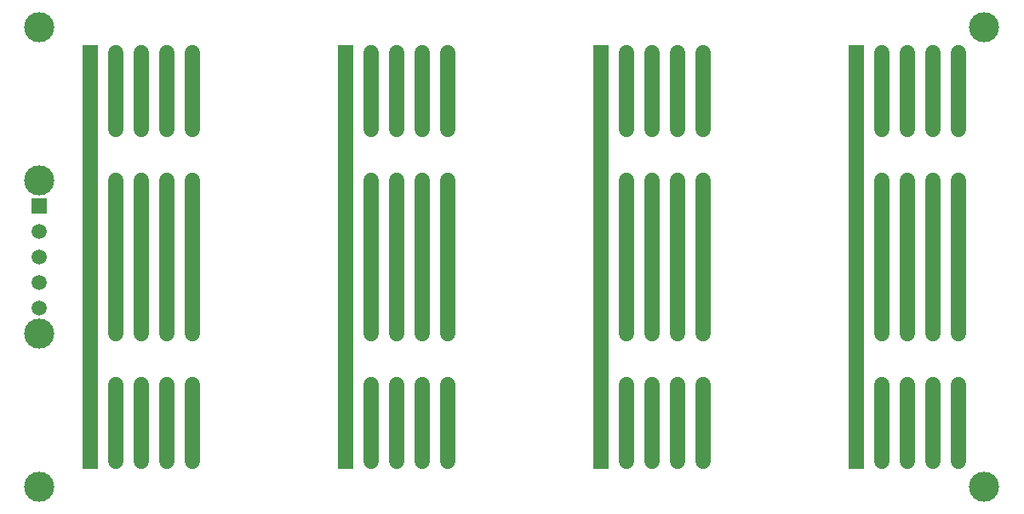
<source format=gbl>
G04 Layer_Physical_Order=2*
G04 Layer_Color=16711680*
%FSTAX24Y24*%
%MOIN*%
G70*
G01*
G75*
%ADD10C,0.0600*%
%ADD11C,0.1181*%
%ADD12R,0.0591X0.0591*%
%ADD13C,0.0591*%
%ADD14C,0.0433*%
%ADD15R,0.0591X0.0591*%
%ADD16C,0.0600*%
D10*
X053Y024D02*
Y04D01*
X043Y024D02*
Y04D01*
X033Y024D02*
Y04D01*
X023Y024D02*
Y04D01*
X057Y035D02*
X057Y035D01*
X057Y029D02*
Y035D01*
X056D02*
X056Y035D01*
X056Y029D02*
Y035D01*
X055D02*
X055Y035D01*
X055Y029D02*
Y035D01*
X054D02*
X054Y035D01*
X054Y029D02*
Y035D01*
X047D02*
X047Y035D01*
X047Y029D02*
Y035D01*
X046D02*
X046Y035D01*
X046Y029D02*
Y035D01*
X045D02*
X045Y035D01*
X045Y029D02*
Y035D01*
X044Y029D02*
X044Y029D01*
Y035D01*
X037Y035D02*
X037Y035D01*
X037Y029D02*
Y035D01*
X036D02*
X036Y035D01*
X036Y029D02*
Y035D01*
X035D02*
X035Y035D01*
X035Y029D02*
Y035D01*
X034D02*
X034Y035D01*
X034Y029D02*
Y035D01*
X024D02*
X024Y035D01*
X024Y029D02*
Y035D01*
X025Y029D02*
X025Y029D01*
Y035D01*
X026Y029D02*
X026Y029D01*
Y035D01*
X027Y029D02*
X027Y029D01*
Y035D01*
X037Y027D02*
X037Y027D01*
Y024D02*
Y027D01*
X036Y027D02*
X036Y027D01*
Y024D02*
Y027D01*
X035Y027D02*
X035Y027D01*
Y024D02*
Y027D01*
X034Y027D02*
X034Y027D01*
Y024D02*
Y027D01*
X027Y027D02*
X027Y027D01*
Y024D02*
Y027D01*
X026Y027D02*
X026Y027D01*
Y024D02*
Y027D01*
X025Y027D02*
X025Y027D01*
Y024D02*
Y027D01*
X024Y027D02*
X024Y027D01*
Y024D02*
Y027D01*
X044Y027D02*
X044Y027D01*
Y024D02*
Y027D01*
X045Y027D02*
X045Y027D01*
Y024D02*
Y027D01*
X046Y027D02*
X046Y027D01*
Y024D02*
Y027D01*
X047Y027D02*
X047Y027D01*
Y024D02*
Y027D01*
X054Y027D02*
X054Y027D01*
Y024D02*
Y027D01*
X055Y027D02*
X055Y027D01*
Y024D02*
Y027D01*
X056Y027D02*
X056Y027D01*
Y024D02*
Y027D01*
X057Y027D02*
X057Y027D01*
Y024D02*
Y027D01*
Y037D02*
X057Y037D01*
X057Y037D02*
Y04D01*
X056Y037D02*
X056Y037D01*
X056Y037D02*
Y04D01*
X055Y037D02*
X055Y037D01*
X055Y037D02*
Y04D01*
X054Y037D02*
X054Y037D01*
X054Y037D02*
Y04D01*
X047Y037D02*
X047Y037D01*
X047Y037D02*
Y04D01*
X046Y037D02*
X046Y037D01*
X046Y037D02*
Y04D01*
X045Y037D02*
X045Y037D01*
X045Y037D02*
Y04D01*
X044Y037D02*
X044Y037D01*
X044Y037D02*
Y04D01*
X037Y037D02*
X037Y037D01*
X037Y037D02*
Y04D01*
X036Y037D02*
X036Y037D01*
X036Y037D02*
Y04D01*
X035Y037D02*
X035Y037D01*
X035Y037D02*
Y04D01*
X034Y037D02*
X034Y037D01*
X034Y037D02*
Y04D01*
X027Y037D02*
X027Y037D01*
X027Y037D02*
Y04D01*
X026Y037D02*
X026Y037D01*
X026Y037D02*
Y04D01*
X025Y037D02*
X025Y037D01*
X025Y037D02*
Y04D01*
X024Y037D02*
Y04D01*
D11*
X021Y029D02*
D03*
Y035D02*
D03*
X058Y023D02*
D03*
Y041D02*
D03*
X021Y023D02*
D03*
Y041D02*
D03*
D12*
X053Y024D02*
D03*
X043D02*
D03*
X033D02*
D03*
X023D02*
D03*
X053Y04D02*
D03*
X043D02*
D03*
X033D02*
D03*
X023D02*
D03*
D13*
X054Y024D02*
D03*
X055D02*
D03*
X056D02*
D03*
X057D02*
D03*
X044D02*
D03*
X045D02*
D03*
X046D02*
D03*
X047D02*
D03*
X034D02*
D03*
X035D02*
D03*
X036D02*
D03*
X037D02*
D03*
X024D02*
D03*
X025D02*
D03*
X026D02*
D03*
X027D02*
D03*
X054Y04D02*
D03*
X055D02*
D03*
X056D02*
D03*
X057D02*
D03*
X044D02*
D03*
X045D02*
D03*
X046D02*
D03*
X047D02*
D03*
X034D02*
D03*
X035D02*
D03*
X036D02*
D03*
X037D02*
D03*
X024D02*
D03*
X025D02*
D03*
X026D02*
D03*
X027D02*
D03*
X021Y033D02*
D03*
Y032D02*
D03*
Y031D02*
D03*
Y03D02*
D03*
D14*
X024Y029D02*
D03*
Y027D02*
D03*
X025Y029D02*
D03*
Y027D02*
D03*
X026Y029D02*
D03*
Y027D02*
D03*
X027Y029D02*
D03*
Y027D02*
D03*
X034Y029D02*
D03*
Y027D02*
D03*
X035Y029D02*
D03*
Y027D02*
D03*
X036Y029D02*
D03*
Y027D02*
D03*
X037Y029D02*
D03*
Y027D02*
D03*
X044Y029D02*
D03*
Y027D02*
D03*
X045Y029D02*
D03*
Y027D02*
D03*
X046Y029D02*
D03*
Y027D02*
D03*
X047Y029D02*
D03*
Y027D02*
D03*
X054Y029D02*
D03*
Y027D02*
D03*
X055Y029D02*
D03*
Y027D02*
D03*
X056Y029D02*
D03*
Y027D02*
D03*
X057Y029D02*
D03*
Y027D02*
D03*
X037Y035D02*
D03*
Y037D02*
D03*
X036Y035D02*
D03*
Y037D02*
D03*
X035Y035D02*
D03*
Y037D02*
D03*
X034Y035D02*
D03*
Y037D02*
D03*
X027Y035D02*
D03*
Y037D02*
D03*
X026Y035D02*
D03*
Y037D02*
D03*
X025Y035D02*
D03*
Y037D02*
D03*
X024Y035D02*
D03*
Y037D02*
D03*
X057Y035D02*
D03*
Y037D02*
D03*
X056Y035D02*
D03*
Y037D02*
D03*
X055Y035D02*
D03*
Y037D02*
D03*
X054Y035D02*
D03*
Y037D02*
D03*
X047Y035D02*
D03*
Y037D02*
D03*
X046Y035D02*
D03*
Y037D02*
D03*
X045Y035D02*
D03*
Y037D02*
D03*
X044Y035D02*
D03*
Y037D02*
D03*
D15*
X021Y034D02*
D03*
D16*
X027Y03D02*
D03*
X026Y031D02*
D03*
X025Y032D02*
D03*
X024Y033D02*
D03*
X037Y03D02*
D03*
X036Y031D02*
D03*
X035Y032D02*
D03*
X034Y033D02*
D03*
X047Y03D02*
D03*
X046Y031D02*
D03*
X045Y032D02*
D03*
X044Y033D02*
D03*
X057Y03D02*
D03*
X056Y031D02*
D03*
X055Y032D02*
D03*
X054Y033D02*
D03*
X053Y034D02*
D03*
X043D02*
D03*
X033D02*
D03*
X023D02*
D03*
M02*

</source>
